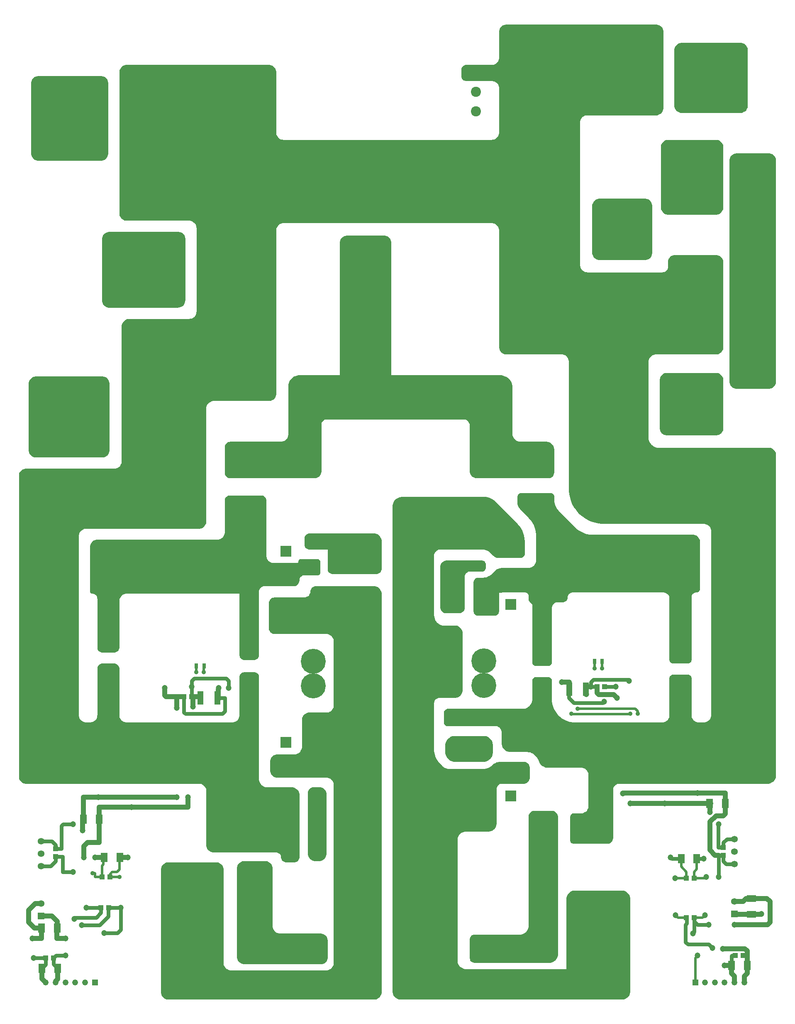
<source format=gbl>
%FSTAX23Y23*%
%MOIN*%
%SFA1B1*%

%IPPOS*%
%ADD18R,0.039400X0.043300*%
%ADD19R,0.043300X0.039400*%
%ADD20R,0.045300X0.110200*%
%ADD26C,0.019700*%
%ADD27C,0.029500*%
%ADD28C,0.039400*%
%ADD29C,0.081000*%
%ADD31C,0.053500*%
%ADD32R,0.053500X0.053500*%
%ADD33C,0.098400*%
%ADD34R,0.098400X0.098400*%
%ADD35C,0.048000*%
%ADD36R,0.048000X0.048000*%
%ADD37R,0.090600X0.090600*%
%ADD38C,0.090600*%
%ADD39R,0.137800X0.137800*%
%ADD40C,0.137800*%
%ADD41C,0.200800*%
%ADD42C,0.080000*%
%ADD43C,0.095000*%
%ADD44C,0.035400*%
%ADD45C,0.047200*%
%ADD46R,0.124000X0.096500*%
%ADD47R,0.096500X0.124000*%
%ADD48R,0.057100X0.074800*%
%ADD49R,0.074800X0.057100*%
%ADD50R,0.059100X0.094500*%
%ADD51R,0.094500X0.059100*%
%ADD52R,0.137800X0.041300*%
%ADD53R,0.212600X0.041300*%
%ADD54R,0.041300X0.212600*%
%ADD55R,0.031500X0.041300*%
%ADD56R,0.131100X0.048400*%
%ADD57R,0.048400X0.131100*%
%LNr100.230.010.000-00_invertor-1*%
%LPD*%
G36*
X02539Y04035D02*
X02913D01*
X02919*
X0293Y04033*
X02941Y04028*
X02951Y04022*
X02959Y04014*
X02965Y04004*
X0297Y03993*
X02972Y03982*
Y03976*
Y0375*
Y03746*
X0297Y03738*
X02968Y03731*
X02963Y03724*
X02958Y03719*
X02951Y03715*
X02944Y03712*
X02938Y0371*
X02933Y0371*
X02578*
X02574*
X02567Y03712*
X0256Y03715*
X02553Y03719*
X02548Y03724*
X02543Y03731*
X0254Y03738*
X02539Y03746*
Y0375*
Y03907*
X02391*
X02387*
X0238Y03909*
X02373Y03912*
X02366Y03916*
X02361Y03921*
X02356Y03928*
X02353Y03935*
X02352Y03943*
Y03946*
Y03996*
Y03999*
X02353Y04007*
X02356Y04014*
X02361Y04021*
X02366Y04026*
X02373Y04031*
X0238Y04033*
X02387Y04035*
X02391*
X02539*
G37*
G36*
X03779Y03818D02*
D01*
X03784Y03818*
X03788Y03817*
X03793Y03815*
X03798Y03812*
X03802Y03808*
X03805Y03803*
X03807Y03798*
X03809Y03792*
Y03789*
Y03759*
Y03756*
X03807Y03751*
X03805Y03745*
X03802Y03741*
X03798Y03736*
X03793Y03733*
X03788Y03731*
X03782Y0373*
X03681*
X03677Y0373*
X03669Y03728*
X03662Y03725*
X03656Y03721*
X0365Y03715*
X03646Y03709*
X03643Y03702*
X03641Y03694*
X03641Y0369*
Y03444*
Y0344*
X03639Y0343*
X03636Y03421*
X0363Y03413*
X03623Y03406*
X03615Y03401*
X03606Y03397*
X03597Y03395*
X03489*
X03479Y03397*
X0347Y03401*
X03462Y03406*
X03455Y03413*
X0345Y03421*
X03446Y0343*
X03444Y0344*
Y03444*
Y03769*
Y03774*
X03446Y03784*
X0345Y03793*
X03455Y03801*
X03462Y03807*
X0347Y03813*
X03479Y03817*
X03489Y03818*
X03494*
X03779*
G37*
G36*
X03811Y04329D02*
X03824Y04326D01*
X03837Y04322*
X0385Y04317*
X03862Y04311*
X03873Y04303*
X03884Y04295*
X03889Y0429*
X04059Y04119*
X04067Y04111*
X04081Y04095*
X04093Y04077*
X04103Y04058*
X04111Y04038*
X04117Y04017*
X04121Y03996*
X04124Y03974*
Y03964*
Y03878*
Y03874*
X04122Y03866*
X04119Y03859*
X04115Y03852*
X04109Y03847*
X04103Y03843*
X04096Y0384*
X0409Y03839*
X03948*
X03938*
X03934Y03838*
X03921*
X03913*
X03897Y03841*
X03883Y03847*
X03869Y03856*
X03864Y03862*
X03842Y03883*
X03836Y03889*
X03823Y03897*
X03808Y03904*
X03793Y03907*
X03785Y03907*
X03444*
X0344Y03907*
X0343Y03905*
X03421Y03901*
X03413Y03896*
X03406Y03889*
X03401Y03881*
X03397Y03872*
X03395Y03863*
X03395Y03858*
Y03376*
X03396Y03368*
X03399Y03353*
X03405Y03338*
X03413Y03326*
X03424Y03315*
X03437Y03306*
X03451Y033*
X03466Y03297*
X03474Y03297*
X03563*
X03568*
X0358Y03295*
X03591Y0329*
X036Y03284*
X03608Y03275*
X03615Y03266*
X03619Y03255*
X03622Y03244*
Y03238*
Y02775*
Y02769*
X03619Y02758*
X03615Y02747*
X03608Y02737*
X036Y02729*
X03591Y02723*
X0358Y02718*
X03568Y02716*
X03563*
X03435*
X03431Y02716*
X03423Y02714*
X03416Y02711*
X0341Y02707*
X03404Y02702*
X034Y02695*
X03397Y02688*
X03396Y02682*
X03395Y02681*
X03395Y02677*
Y02606*
X03395Y02604*
X03395Y02601*
X03395Y02598*
Y02598*
Y02598*
Y02516*
X03395Y02512*
Y02294*
X03395Y02288*
X03397Y02275*
X03399Y02262*
X03402Y0225*
X03407Y02238*
X03413Y02226*
X0342Y02215*
X03428Y02205*
X03432Y022*
X03459Y0217*
X03465Y02165*
X03478Y02155*
X03492Y02149*
X03508Y02146*
X03516Y02145*
X03788*
X03798Y02146*
X03816Y02149*
X03834Y02157*
X0385Y02167*
X03857Y02174*
X0386Y02177*
X03868Y02184*
X03877Y02189*
X03886Y02194*
X03895Y02198*
X03905Y02201*
X03915Y02203*
X03926Y02204*
X03931*
X03995*
X03999Y02204*
X04005*
X0412*
X04128Y02202*
X04137Y02199*
X04145Y02193*
X04152Y02186*
X04157Y02178*
X04161Y02169*
X04163Y0216*
Y02155*
Y02076*
Y02071*
X04161Y02062*
X04157Y02053*
X04152Y02045*
X04145Y02038*
X04137Y02033*
X04128Y02029*
X04119Y02027*
X04114*
X03937*
X03933Y02027*
X03925Y02025*
X03918Y02022*
X03918Y02022*
X03917*
Y02022*
X03912Y02018*
X03906Y02013*
X03902Y02006*
X03899Y01999*
X03898Y01993*
X03897Y01992*
X03897Y01988*
Y01983*
Y01712*
Y01705*
X03895Y01692*
X03889Y0168*
X03882Y01668*
X03872Y01659*
X03861Y01651*
X03848Y01646*
X03835Y01643*
X03828*
X03651*
X03644Y01643*
X03631Y0164*
X03619Y01635*
X03607Y01628*
X03598Y01618*
X0359Y01607*
X03585Y01594*
X03583Y01581*
X03582Y01574*
Y0061*
X03583Y00603*
X03585Y0059*
X0359Y00577*
X03598Y00566*
X03607Y00557*
X03619Y00549*
X03631Y00544*
X03644Y00541*
X03651Y00541*
X04458*
Y01102*
Y01109*
X04461Y01122*
X04466Y01135*
X04474Y01146*
X04483Y01155*
X04494Y01163*
X04507Y01168*
X0452Y01171*
X04527*
X04901*
X04908*
X04921Y01168*
X04934Y01163*
X04945Y01155*
X04955Y01146*
X04962Y01135*
X04967Y01122*
X0497Y01109*
Y01102*
Y00541*
Y00364*
Y00357*
X04967Y00344*
X04962Y00331*
X04955Y0032*
X04945Y0031*
X04934Y00303*
X04921Y00297*
X04908Y00295*
X04901*
X03129*
X03123*
X03109Y00297*
X03097Y00303*
X03086Y0031*
X03076Y0032*
X03068Y00331*
X03063Y00344*
X03061Y00357*
Y00364*
Y01929*
Y04252*
Y04259*
X03064Y04274*
X0307Y04289*
X03078Y04302*
X03089Y04313*
X03102Y04321*
X03116Y04327*
X03132Y0433*
X03139*
X03791*
X03797*
X03811Y04329*
G37*
G36*
X0433Y0436D02*
D01*
X04335Y04359*
X04339Y04359*
X04344Y04356*
X04349Y04353*
X04353Y04349*
X04356Y04344*
X04359Y04339*
X0436Y04333*
Y0433*
Y04312*
X0436Y04305*
X04361Y04291*
X04364Y04277*
X04368Y04263*
X04374Y0425*
X04381Y04237*
X04389Y04225*
X04398Y04214*
X04403Y04209*
X04525Y04087*
X04532Y04079*
X04548Y04066*
X04565Y04055*
X04583Y04045*
X04602Y04037*
X04622Y04031*
X04642Y04027*
X04663Y04025*
X04673Y04025*
X05472*
X05478*
X05489Y04023*
X055Y04018*
X0551Y04012*
X05518Y04004*
X05524Y03994*
X05529Y03983*
X05531Y03972*
Y03966*
Y03592*
Y03589*
X0553Y03583*
X05528Y03578*
X05524Y03573*
X0552Y03569*
X05516Y03566*
X0551Y03564*
X05504Y03563*
X05502*
X05498Y03562*
X0549Y03561*
X05483Y03558*
X05477Y03554*
X05471Y03548*
X05467Y03542*
X05464Y03535*
X05462Y03527*
X05462Y03523*
Y03021*
Y03018*
X05461Y03013*
X05459Y03007*
X05456Y03002*
X05451Y02998*
X05447Y02995*
X05441Y02993*
X05436Y02992*
X05315*
X05312*
X05306Y02993*
X05301Y02995*
X05296Y02998*
X05292Y03002*
X05288Y03007*
X05286Y03013*
X05285Y03018*
Y03021*
Y03513*
X05285Y03518*
X05283Y03528*
X05279Y03537*
X05274Y03545*
X05267Y03551*
X05259Y03557*
X0525Y0356*
X05241Y03562*
X05236Y03563*
X04507*
X04504Y03562*
X04496Y03561*
X04489Y03558*
X04482Y03554*
X04477Y03548*
X04473Y03542*
X0447Y03535*
X04468Y03527*
X04468Y03523*
Y03519*
X04467Y03512*
X04464Y03505*
X04459Y03498*
X04454Y03493*
X04447Y03488*
X0444Y03485*
X04433Y03484*
X04429*
X04389*
X04384Y03484*
X04375Y03482*
X04366Y03478*
X04358Y03473*
X04351Y03466*
X04346Y03458*
X04342Y03449*
X0434Y03439*
X0434Y03435*
Y03002*
Y02999*
X04339Y02993*
X04337Y02988*
X04334Y02983*
X04329Y02979*
X04325Y02975*
X04319Y02973*
X04313Y02972*
X04311*
X04212*
X04209*
X04204Y02973*
X04199Y02975*
X04194Y02978*
X0419Y02982*
X04187Y02987*
X04185Y02992*
X04184Y02997*
Y03*
Y03453*
X04184Y03457*
X04184Y03457*
X04182Y03464*
X04179Y0347*
X04174Y03476*
X04171Y03478*
X04167Y03481*
X0416Y03489*
X04155Y03498*
X04153Y03508*
Y03513*
Y03533*
X04153Y03536*
X04153Y03538*
X04152Y03542*
X0415Y03547*
X04146Y03552*
X04142Y03556*
X04137Y03559*
X04132Y03561*
X04126Y03562*
X04124Y03563*
X03946*
X03946*
X03944Y03562*
X03938Y03561*
X03932Y03559*
X0393Y03558*
X03917*
Y03415*
Y03411*
X03915Y03403*
X03912Y03396*
X03908Y0339*
X03903Y03384*
X03896Y0338*
X03889Y03377*
X03881Y03376*
X03848*
X0375*
X03746*
X03738Y03377*
X03731Y0338*
X03724Y03384*
X03719Y0339*
X03715Y03396*
X03712Y03403*
X0371Y03411*
Y03415*
Y03582*
Y03641*
X0371Y03646*
X03712Y03653*
X03715Y0366*
X03719Y03666*
X03724Y03672*
X03731Y03676*
X03738Y03679*
X03746Y03681*
X0375*
X03776*
X03781*
X03786Y03681*
X03798Y03682*
X03809Y03684*
X03819Y03687*
X0383Y03692*
X0384Y03697*
X03842Y03698*
X03843*
Y03699*
X03849Y03703*
X03858Y0371*
X03862Y03714*
X03878Y03731*
X03885Y03737*
X03901Y03748*
X03919Y03756*
X03938Y03759*
X03948*
X04148*
X04153*
X04159Y0376*
X0417Y03762*
X04181Y03766*
X04191Y03773*
X04199Y03781*
X04205Y03791*
X0421Y03801*
X04212Y03813*
X04212Y03818*
Y04023*
X04212Y04032*
X0421Y04051*
X04206Y0407*
X04201Y04089*
X04193Y04106*
X04184Y04123*
X04174Y04139*
X04161Y04154*
X04155Y04161*
X04124Y04192*
X04088Y04228*
X04083Y04233*
X04074Y04247*
X04068Y04261*
X04065Y04277*
Y04285*
Y0433*
X04065Y04335*
X04066Y04339*
X04068Y04344*
X04071Y04349*
X04075Y04353*
X0408Y04356*
X04085Y04359*
X04091Y0436*
X04094*
X0433*
G37*
G36*
X02007Y0434D02*
X02011D01*
X02019Y04339*
X02026Y04336*
X02033Y04331*
X02038Y04326*
X02042Y04319*
X02045Y04312*
X02047Y04305*
X02047Y04301*
Y04065*
Y03858*
X02047Y03852*
X02049Y03841*
X02054Y0383*
X0206Y0382*
X02068Y03812*
X02078Y03806*
X02089Y03801*
X021Y03799*
X02106Y03799*
X02293*
X02295Y03799*
X02298Y038*
X02301Y03803*
X02303Y03807*
X02303Y03809*
Y03813*
X02306Y0382*
X02311Y03825*
X02318Y03828*
X02322*
X0246*
X02464*
X02471Y03825*
X02477Y0382*
X0248Y03813*
X0248Y03809*
Y03809*
Y0372*
Y03716*
X02477Y03709*
X02471Y03703*
X02465Y03701*
X0246Y037*
X02455*
X02381*
X02352*
X02348Y037*
X0234Y03699*
X02333Y03696*
X02327Y03691*
X02321Y03686*
X02317Y0368*
X02314Y03672*
X02313Y03666*
X02313Y03665*
X02313Y03661*
Y03656*
X02311Y03647*
X02307Y03638*
X02302Y0363*
X02295Y03623*
X02287Y03617*
X02278Y03614*
X02268Y03612*
X02263*
X02027*
X02023Y03612*
X02016Y0361*
X02009Y03607*
X02002Y03603*
X01997Y03597*
X01992Y03591*
X01989Y03584*
X01988Y03577*
X01988Y03576*
X01988Y03572*
Y03061*
Y03057*
X01986Y03049*
X01983Y03042*
X01979Y03035*
X01973Y0303*
X01967Y03026*
X0196Y03023*
X01953Y03021*
X01948Y03021*
X0187*
X01866*
X01858Y03023*
X01851Y03026*
X01845Y0303*
X01839Y03035*
X01835Y03042*
X01832Y03049*
X0183Y03057*
Y03061*
Y03553*
X00925*
X00919Y03552*
X00908Y0355*
X00897Y03546*
X00887Y03539*
X00879Y03531*
X00873Y03521*
X00868Y03511*
X00866Y03499*
X00866Y03494*
Y0312*
Y03116*
X00864Y03108*
X00861Y03101*
X00857Y03095*
X00851Y03089*
X00845Y03085*
X00838Y03082*
X00831Y0308*
X00826Y0308*
X00728*
X00724*
X00716Y03082*
X00709Y03085*
X00703Y03089*
X00697Y03095*
X00693Y03101*
X0069Y03108*
X00689Y03116*
Y0312*
Y03513*
X00688Y03517*
X00687Y03525*
X00684Y03532*
X0068Y03538*
X00674Y03544*
X00668Y03548*
X00661Y03551*
X00654Y03552*
X00653Y03553*
X00649Y03553*
X00645Y03553*
X00638Y03556*
X00632Y03561*
X00629Y03568*
Y03572*
Y03927*
Y03933*
X00632Y03944*
X00636Y03955*
X00643Y03964*
X00651Y03973*
X00661Y03979*
X00671Y03984*
X00683Y03986*
X00689*
X01653*
X01659Y03986*
X0167Y03988*
X01681Y03993*
X01691Y03999*
X01699Y04007*
X01705Y04017*
X0171Y04028*
X01712Y04039*
X01712Y04045*
Y04084*
Y04124*
Y04301*
Y04305*
X01714Y04312*
X01717Y04319*
X01721Y04326*
X01726Y04331*
X01733Y04336*
X0174Y04339*
X01748Y0434*
X01752*
X02007*
G37*
G36*
X04354Y01809D02*
X04363Y01805D01*
X04371Y018*
X04378Y01793*
X04384Y01785*
X04387Y01776*
X04389Y01766*
Y01761*
Y00659*
Y00652*
X04387Y00639*
X04381Y00626*
X04374Y00615*
X04364Y00605*
X04353Y00598*
X04341Y00593*
X04327Y0059*
X0432*
X0372*
X03716*
X03709Y00592*
X03701Y00595*
X03695Y00599*
X03689Y00604*
X03685Y00611*
X03682Y00618*
X03681Y00626*
Y00629*
Y00781*
X03682Y00789*
X03685Y00796*
X03689Y00802*
X03695Y00808*
X03701Y00812*
X03709Y00815*
X03716Y00816*
X0372*
X04084*
X04091Y00817*
X04104Y00819*
X04117Y00825*
X04128Y00832*
X04137Y00842*
X04145Y00853*
X0415Y00865*
X04153Y00879*
X04153Y00885*
Y01761*
Y01766*
X04155Y01776*
X04159Y01785*
X04164Y01793*
X04171Y018*
X04179Y01805*
X04188Y01809*
X04197Y01811*
X04202*
X0434*
X04345*
X04354Y01809*
G37*
G36*
X02037Y01407D02*
X02043D01*
X02054Y01405*
X02065Y014*
X02075Y01394*
X02083Y01386*
X02089Y01376*
X02094Y01365*
X02096Y01354*
Y01348*
Y00885*
X02096Y0088*
X02099Y00868*
X02103Y00858*
X02109Y00848*
X02118Y0084*
X02127Y00833*
X02138Y00829*
X02149Y00827*
X02155Y00826*
X0248*
X02486*
X02497Y00824*
X02508Y0082*
X02518Y00813*
X02526Y00805*
X02532Y00795*
X02537Y00784*
X02539Y00773*
Y00767*
Y00629*
Y00625*
X02537Y00615*
X02533Y00606*
X02528Y00598*
X02521Y00591*
X02513Y00586*
X02504Y00582*
X02495Y0058*
X0249*
X0187*
X01864*
X01852Y00583*
X01842Y00587*
X01832Y00593*
X01824Y00602*
X01817Y00611*
X01813Y00622*
X01811Y00633*
Y00639*
Y01348*
Y01354*
X01813Y01365*
X01817Y01376*
X01824Y01386*
X01832Y01394*
X01842Y014*
X01852Y01405*
X01864Y01407*
X0187*
X02037*
G37*
G36*
X0248Y01998D02*
X02485D01*
X02494Y01996*
X02503Y01992*
X02511Y01987*
X02518Y0198*
X02523Y01972*
X02527Y01963*
X02529Y01953*
Y01948*
Y01466*
Y0146*
X02527Y01449*
X02522Y01438*
X02516Y01428*
X02508Y0142*
X02498Y01414*
X02487Y01409*
X02476Y01407*
X0247*
X0244*
X02435*
X02423Y01409*
X02413Y01414*
X02403Y0142*
X02395Y01428*
X02388Y01438*
X02384Y01449*
X02381Y0146*
Y01466*
Y01958*
Y01962*
X02383Y0197*
X02386Y01977*
X0239Y01983*
X02396Y01989*
X02402Y01993*
X02409Y01996*
X02417Y01998*
X02421*
X0248*
G37*
G36*
X0293Y03609D02*
X02941Y03605D01*
X02951Y03599*
X02959Y0359*
X02965Y03581*
X0297Y0357*
X02972Y03559*
Y03553*
Y02076*
Y00354*
Y00348*
X0297Y00337*
X02965Y00326*
X02959Y00316*
X02951Y00308*
X02941Y00302*
X0293Y00297*
X02919Y00295*
X02913*
X02588*
X01259*
X01254*
X01242Y00297*
X01231Y00302*
X01222Y00308*
X01214Y00316*
X01207Y00326*
X01203Y00337*
X012Y00348*
Y00354*
Y01338*
Y01344*
X01203Y01355*
X01207Y01366*
X01214Y01376*
X01222Y01384*
X01231Y0139*
X01242Y01395*
X01254Y01397*
X01259*
X01614*
X01618Y01397*
X01624*
X01651*
X0166Y01395*
X01671Y0139*
X01681Y01384*
X01689Y01376*
X01696Y01366*
X017Y01355*
X01702Y01344*
Y01338*
Y0059*
X01703Y00584*
X01705Y00573*
X01709Y00562*
X01716Y00553*
X01724Y00544*
X01734Y00538*
X01744Y00534*
X01756Y00531*
X01761Y00531*
X02529*
X02535Y00531*
X02546Y00534*
X02557Y00538*
X02567Y00544*
X02575Y00553*
X02581Y00562*
X02586Y00573*
X02588Y00584*
X02588Y0059*
Y02017*
X02588Y02023*
X02586Y02034*
X02581Y02045*
X02575Y02055*
X02567Y02063*
X02557Y02069*
X02546Y02074*
X02535Y02076*
X02529Y02076*
X02263*
X02259Y02077*
X02254*
X02253*
X02128*
X02118Y02079*
X02107Y02083*
X02098Y0209*
X0209Y02098*
X02083Y02107*
X02079Y02118*
X02076Y0213*
Y02135*
Y02204*
Y0221*
X02079Y02221*
X02083Y02232*
X0209Y02242*
X02098Y0225*
X02107Y02257*
X02118Y02261*
X0213Y02263*
X02135*
X02273*
X02279Y02264*
X0229Y02266*
X02291Y02266*
X02295*
Y02268*
X02301Y0227*
X02311Y02277*
X02319Y02285*
X02325Y02295*
X0233Y02305*
X02332Y02317*
X02332Y02322*
Y02539*
Y02545*
X02334Y02556*
X02339Y02567*
X02345Y02577*
X02354Y02585*
X02363Y02591*
X02374Y02596*
X02385Y02598*
X02391*
X02529*
X02535Y02598*
X02546Y02601*
X02557Y02605*
X02567Y02611*
X02575Y0262*
X02581Y02629*
X02586Y0264*
X02588Y02651*
X02588Y02657*
Y03169*
X02588Y03175*
X02586Y03186*
X02581Y03197*
X02575Y03206*
X02567Y03215*
X02557Y03221*
X02546Y03225*
X02535Y03228*
X02529Y03228*
X02116*
X02111*
X02101Y0323*
X02092Y03233*
X02084Y03239*
X02077Y03246*
X02072Y03254*
X02068Y03263*
X02067Y0327*
Y03481*
X02068Y03488*
X02072Y03497*
X02077Y03505*
X02084Y03512*
X02092Y03518*
X02101Y03521*
X02111Y03523*
X02116*
X02352*
X02357Y03523*
X02366Y03525*
X02375Y03529*
X02383Y03534*
X0239Y03541*
X02395Y03549*
X02399Y03558*
X02401Y03568*
X02401Y03572*
Y03576*
X02403Y03584*
X02406Y03591*
X0241Y03597*
X02415Y03603*
X02422Y03607*
X02429Y0361*
X02437Y03612*
X0244*
X02913*
X02919*
X0293Y03609*
G37*
G36*
X03812Y02408D02*
X03826Y02402D01*
X03839Y02393*
X0385Y02382*
X03859Y0237*
X03865Y02355*
X03868Y0234*
Y02332*
Y02283*
Y02275*
X03865Y0226*
X03859Y02246*
X0385Y02233*
X03839Y02222*
X03826Y02213*
X03812Y02207*
X03797Y02204*
X03563*
X03555*
X0354Y02207*
X03525Y02213*
X03512Y02222*
X03501Y02233*
X03493Y02246*
X03487Y0226*
X03484Y02275*
Y02283*
Y02332*
Y0234*
X03487Y02355*
X03493Y0237*
X03501Y02382*
X03512Y02393*
X03525Y02402*
X0354Y02408*
X03555Y02411*
X03563*
X03789*
X03797*
X03812Y02408*
G37*
G36*
X05659Y07194D02*
X05665D01*
X05676Y07192*
X05687Y07188*
X05697Y07181*
X05705Y07173*
X05711Y07163*
X05716Y07153*
X05718Y07141*
Y07135*
Y06653*
Y06647*
X05716Y06636*
X05711Y06625*
X05705Y06615*
X05697Y06607*
X05687Y06601*
X05676Y06596*
X05665Y06594*
X05659*
X05275*
X05269*
X05258Y06596*
X05247Y06601*
X05237Y06607*
X05229Y06615*
X05223Y06625*
X05218Y06636*
X05216Y06647*
Y06653*
Y07135*
Y07141*
X05218Y07153*
X05223Y07163*
X05229Y07173*
X05237Y07181*
X05247Y07188*
X05258Y07192*
X05269Y07194*
X05275*
X05659*
G37*
G36*
X04724Y06722D02*
X05088D01*
X05094*
X05105Y0672*
X05116Y06715*
X05126Y06709*
X05134Y06701*
X0514Y06691*
X05145Y0668*
X05147Y06669*
Y06663*
Y06289*
Y06283*
X05145Y06272*
X0514Y06261*
X05134Y06251*
X05126Y06243*
X05116Y06237*
X05105Y06232*
X05094Y0623*
X05088*
X04724*
X04718*
X04707Y06232*
X04696Y06237*
X04686Y06243*
X04678Y06251*
X04672Y06261*
X04667Y06272*
X04665Y06283*
Y06289*
Y06658*
Y06663*
Y06669*
X04667Y0668*
X04672Y06691*
X04678Y06701*
X04686Y06709*
X04696Y06715*
X04707Y0672*
X04718Y06722*
X04724*
G37*
G36*
X00216Y07706D02*
X00718D01*
X00724*
X00735Y07704*
X00746Y077*
X00756Y07693*
X00764Y07685*
X0077Y07675*
X00775Y07664*
X00777Y07653*
Y07647*
Y07086*
Y0708*
X00775Y07069*
X0077Y07058*
X00764Y07049*
X00756Y0704*
X00746Y07034*
X00735Y07029*
X00724Y07027*
X00718*
X00216*
X0021*
X00199Y07029*
X00188Y07034*
X00178Y0704*
X0017Y07049*
X00164Y07058*
X00159Y07069*
X00157Y0708*
Y07086*
Y07642*
Y07647*
Y07653*
X00159Y07664*
X00164Y07675*
X0017Y07685*
X00178Y07693*
X00188Y077*
X00199Y07704*
X0021Y07706*
X00216*
G37*
G36*
X03976Y0812D02*
X04015D01*
X04035*
X05177*
Y0812*
X05183Y0812*
X05194Y08117*
X05205Y08113*
X05214Y08106*
X05223Y08098*
X05229Y08089*
X05234Y08078*
X05236Y08066*
Y08061*
Y0745*
Y07444*
X05233Y07433*
X05229Y07422*
X05223Y07413*
X05214Y07404*
X05205Y07398*
X05194Y07394*
X05183Y07391*
X05177*
X04626*
X0462Y07391*
X04608Y07389*
X04598Y07384*
X04588Y07378*
X0458Y0737*
X04573Y0736*
X04569Y07349*
X04567Y07338*
X04566Y07332*
Y0619*
X04567Y06185*
X04569Y06173*
X04573Y06163*
X0458Y06153*
X04588Y06145*
X04598Y06138*
X04608Y06134*
X0462Y06132*
X04626Y06131*
X05221*
X05226*
X05231Y06132*
X0524Y06134*
X05249Y06137*
X05257Y06143*
X05264Y06149*
X05269Y06157*
X05273Y06166*
X05275Y06176*
X05275Y06181*
Y06215*
Y0622*
Y0622*
Y06225*
X05277Y06234*
X05281Y06243*
X05286Y06251*
X05293Y06258*
X05301Y06264*
X0531Y06267*
X0532Y06269*
X05324*
X05659*
X05665*
X05676Y06267*
X05687Y06263*
X05697Y06256*
X05705Y06248*
X05711Y06238*
X05716Y06227*
X05718Y06216*
Y0621*
Y06131*
Y05531*
Y05525*
X05716Y05514*
X05711Y05503*
X05705Y05493*
X05697Y05485*
X05687Y05479*
X05676Y05474*
X05665Y05472*
X05659*
X05177*
X05177*
X05171Y05472*
X0516Y05469*
X05149Y05465*
X05139Y05459*
X05131Y0545*
X05125Y05441*
X0512Y0543*
X05118Y05419*
X05118Y05413*
Y04803*
X05118Y04795*
X05121Y0478*
X05127Y04766*
X05136Y04753*
X05146Y04742*
X05159Y04733*
X05174Y04727*
X05189Y04724*
X05196Y04724*
X06082*
X06082*
X06088*
X06099Y04722*
X0611Y04717*
X0612Y04711*
X06128Y04703*
X06135Y04693*
X06139Y04682*
X06141Y04671*
Y04665*
Y02096*
Y02096*
Y02089*
X06139Y02076*
X06133Y02063*
X06126Y02052*
X06116Y02042*
X06105Y02035*
X06092Y0203*
X06079Y02027*
X06072*
X04881*
Y02027*
X04877Y02027*
X04867Y02025*
X04858Y02021*
X0485Y02016*
X04843Y02009*
X04838Y02001*
X04834Y01992*
X04832Y01983*
X04832Y01978*
Y01594*
X04832*
Y01589*
X0483Y0158*
X04827Y01571*
X04821Y01563*
X04814Y01556*
X04806Y0155*
X04797Y01547*
X04788Y01545*
X04783*
X04517*
X04514*
X04509Y01546*
X04503Y01548*
X04498Y01551*
X04494Y01556*
X04491Y0156*
X04489Y01566*
X04488Y01571*
Y01574*
Y01756*
Y01761*
X04488Y01763*
X04488Y01766*
X04489Y0177*
X04491Y01775*
X04494Y0178*
X04498Y01784*
X04503Y01788*
X04509Y0179*
X04514Y01791*
X04517*
X04571*
X04576*
X04582Y01791*
X04593Y01793*
X04604Y01798*
X04614Y01804*
X04622Y01812*
X04628Y01822*
X04633Y01833*
X04635Y01844*
X04635Y0185*
Y02096*
X04635Y02102*
X04633Y02113*
X04628Y02124*
X04622Y02133*
X04614Y02142*
X04604Y02148*
X04593Y02153*
X04582Y02155*
X04576Y02155*
X04311*
X04305*
X04294Y02157*
X04283Y0216*
X04273Y02165*
X04263Y02171*
X04254Y02178*
X04247Y02187*
X04241Y02196*
X04239Y02202*
X04239*
X04237Y02206*
X04232Y02216*
X04227Y02225*
X04222Y02234*
X04219Y02238*
X04215Y02243*
X04207Y02253*
X04199Y02261*
X04189Y02268*
X04178Y02274*
X04167Y02278*
X04155Y02281*
X04143Y02283*
X04137Y02283*
X04005*
X03999*
X03985Y02286*
X03973Y02291*
X03962Y02298*
X03952Y02308*
X03944Y02319*
X03939Y02332*
X03937Y02345*
Y02352*
Y0244*
X03936Y02445*
X03934Y02455*
X03931Y02464*
X03925Y02472*
X03919Y02479*
X03911Y02484*
X03902Y02488*
X03892Y02489*
X03887Y0249*
X03503*
X03501*
X03495Y02491*
X0349Y02493*
X03485Y02496*
X03481Y025*
X03477Y02505*
X03475Y02511*
X03474Y02516*
Y02598*
X03474Y02603*
X03475Y02607*
X03477Y02612*
X03481Y02617*
X03485Y02621*
X03489Y02624*
X03495Y02626*
X03501Y02628*
X03503*
X04099*
X04104*
X04112Y02628*
X04127Y02631*
X04141Y02637*
X04154Y02645*
X04165Y02656*
X04173Y02669*
X04179Y02683*
X04182Y02699*
X04183Y02706*
Y02854*
X04183Y02859*
X04184Y02862*
X04186Y02868*
X04189Y02873*
X04193Y02877*
X04198Y0288*
X04204Y02882*
X04209Y02883*
X04212*
X04311*
Y02883*
X04311*
X04315Y02883*
X04319Y02882*
X04325Y0288*
X04329Y02877*
X04334Y02873*
X04337Y02868*
X04339Y02862*
X0434Y02857*
Y02854*
Y02706*
X04341Y02694*
X04344Y0267*
X0435Y02646*
X04359Y02624*
X04372Y02602*
X04387Y02583*
X04404Y02566*
X04423Y02551*
X04444Y02539*
X04467Y02529*
X04477Y02526*
X04485Y02524*
X04486Y02524*
X04491Y02523*
X04515Y0252*
X04527Y02519*
X05221*
X05226*
X05226*
X05232Y0252*
X05243Y02522*
X05254Y02526*
X05263Y02533*
X05272Y02541*
X05278Y0255*
X05282Y02561*
X05285Y02573*
X05285Y02578*
Y02869*
Y02874*
X05285Y02876*
X05285Y02878*
X05286Y02882*
X05288Y02888*
X05292Y02892*
X05296Y02897*
X05301Y029*
X05306Y02902*
X05312Y02903*
X05315*
X05433*
X05433*
X05437Y02903*
X05441Y02902*
X05447Y029*
X05451Y02896*
X05456Y02892*
X05459Y02888*
X05461Y02882*
X05462Y02876*
Y02874*
Y02578*
X05462Y02572*
X05465Y02561*
X05469Y0255*
X05476Y02541*
X05484Y02533*
X05493Y02526*
X05504Y02522*
X05515Y0252*
X05521Y02519*
X05556*
X05561*
X05566Y0252*
X05578Y02522*
X05588Y02526*
X05598Y02533*
X05606Y02541*
X05613Y0255*
X05617Y02561*
X05619Y02572*
X0562Y02578*
Y04055*
X0562*
X05619Y0406*
X05617Y04072*
X05613Y04082*
X05606Y04092*
X05598Y041*
X05588Y04107*
X05578Y04111*
X05566Y04113*
X05561Y04114*
X04753*
X0474*
X04713Y04116*
X04686Y04122*
X04661Y0413*
X04636Y0414*
X04612Y04153*
X04589Y04168*
X04568Y04185*
X04549Y04204*
X04532Y04225*
X04517Y04247*
X04504Y04271*
X04494Y04296*
X04486Y04322*
X04481Y04349*
X04478Y04376*
Y04389*
Y05413*
X04478Y05419*
X04475Y0543*
X04471Y05441*
X04464Y0545*
X04456Y05459*
X04447Y05465*
X04436Y05469*
X04425Y05472*
X04419Y05472*
X04035*
X03976*
X0397*
X03959Y05474*
X03948Y05479*
X03938Y05485*
X0393Y05493*
X03924Y05503*
X03919Y05514*
X03917Y05525*
Y05531*
Y06466*
X03917Y06472*
X03914Y06483*
X0391Y06494*
X03903Y06504*
X03895Y06512*
X03886Y06518*
X03875Y06523*
X03864Y06525*
X03858Y06525*
X02185*
X02179Y06525*
X02167Y06523*
X02157Y06518*
X02147Y06512*
X02139Y06504*
X02133Y06494*
X02128Y06483*
X02126Y06472*
X02126Y06466*
Y05157*
Y05151*
X02123Y0514*
X02119Y05129*
X02112Y05119*
X02104Y05111*
X02094Y05105*
X02084Y051*
X02072Y05098*
X02066*
X01624*
X01618Y05098*
X01606Y05095*
X01596Y05091*
X01586Y05085*
X01578Y05076*
X01571Y05067*
X01567Y05056*
X01565Y05045*
X01565Y05039*
Y04173*
Y04133*
Y04128*
X01562Y04116*
X01558Y04105*
X01551Y04096*
X01543Y04088*
X01533Y04081*
X01523Y04077*
X01511Y04074*
X01505*
X006*
X00594Y04074*
X00583Y04072*
X00572Y04067*
X00562Y04061*
X00554Y04053*
X00548Y04043*
X00543Y04032*
X00541Y04021*
X00541Y04015*
Y02578*
X00541Y02573*
X00543Y02561*
X00548Y0255*
X00554Y02541*
X00562Y02533*
X00572Y02526*
X00583Y02522*
X00594Y0252*
X006Y02519*
X00629*
X00635Y0252*
X00647Y02522*
X00657Y02526*
X00667Y02533*
X00675Y02541*
X00682Y0255*
X00686Y02561*
X00688Y02573*
X00689Y02578*
Y02952*
X00689Y02957*
X0069Y02964*
X00693Y02971*
X00697Y02977*
X00703Y02983*
X00709Y02987*
X00716Y0299*
X00724Y02992*
X00728*
X00826*
X00831Y02992*
X00838Y0299*
X00845Y02987*
X00851Y02983*
X00857Y02977*
X00861Y02971*
X00864Y02964*
X00866Y02956*
Y02952*
Y02578*
X00866Y02573*
X00868Y02561*
X00873Y0255*
X00879Y02541*
X00887Y02533*
X00897Y02526*
X00908Y02522*
X00919Y0252*
X00925Y02519*
X01771*
X01777Y0252*
X01788Y02522*
X01799Y02526*
X01809Y02533*
X01817Y02541*
X01823Y0255*
X01828Y02561*
X0183Y02572*
X0183Y02578*
Y02883*
X0183Y02888*
X01832Y02895*
X01835Y02902*
X01839Y02909*
X01845Y02914*
X01851Y02918*
X01858Y02921*
X01866Y02923*
X0187*
X01948*
X01953Y02923*
X0196Y02921*
X01967Y02918*
X01973Y02914*
X01979Y02909*
X01983Y02902*
X01986Y02895*
X01988Y02887*
Y02883*
Y02066*
X01988Y0206*
X01991Y02046*
X01996Y02034*
X02003Y02023*
X02013Y02013*
X02024Y02006*
X02037Y02001*
X0205Y01998*
X02057Y01998*
X02253*
X02259*
X02271Y01995*
X02281Y01991*
X02291Y01984*
X02299Y01976*
X02306Y01967*
X0231Y01956*
X02313Y01944*
Y01939*
Y01525*
Y01476*
Y01437*
Y01433*
X02311Y01425*
X02308Y01418*
X02304Y01411*
X02298Y01406*
X02292Y01402*
X02285Y01399*
X02277Y01397*
X02273*
X02204*
X022*
X02193Y01399*
X02186Y01402*
X02179Y01406*
X02174Y01411*
X02169Y01418*
X02166Y01425*
X02165Y01433*
Y01437*
X02165Y0144*
X02163Y01448*
X0216Y01455*
X02156Y01462*
X02151Y01467*
X02144Y01471*
X02137Y01474*
X02129Y01476*
X02126Y01476*
X01624*
X01618*
X01606Y01478*
X01596Y01483*
X01586Y01489*
X01578Y01497*
X01571Y01507*
X01567Y01518*
X01565Y01529*
Y01535*
Y01791*
Y01968*
X01564Y01974*
X01562Y01985*
X01558Y01996*
X01551Y02006*
X01543Y02014*
X01533Y0202*
X01523Y02025*
X01511Y02027*
X01505Y02027*
X00541*
X00118*
X00112*
X001Y02029*
X0009Y02034*
X0008Y0204*
X00072Y02049*
X00065Y02058*
X00061Y02069*
X00059Y0208*
Y02086*
Y04493*
Y04498*
Y04503*
X00061Y04515*
X00065Y04526*
X00072Y04535*
X0008Y04543*
X0009Y0455*
X001Y04554*
X00112Y04557*
X00118*
X00821*
X00826*
X00832Y04557*
X00843Y04559*
X00854Y04564*
X00864Y0457*
X00872Y04578*
X00878Y04588*
X00883Y04599*
X00885Y0461*
X00885Y04616*
Y04665*
Y05694*
Y05698*
Y05704*
X00888Y05716*
X00892Y05726*
X00899Y05736*
X00907Y05744*
X00916Y05751*
X00927Y05755*
X00939Y05757*
X00944*
X01422*
X01422*
X01427*
X01433Y05758*
X01444Y0576*
X01455Y05764*
X01464Y05771*
X01472Y05779*
X01479Y05789*
X01483Y05799*
X01485Y05811*
X01486Y05816*
Y06427*
Y06486*
X01485Y06492*
X01483Y06503*
X01479Y06514*
X01472Y06523*
X01464Y06531*
X01455Y06538*
X01444Y06542*
X01433Y06545*
X01427Y06545*
X00925*
X00919*
X00908Y06547*
X00897Y06552*
X00887Y06558*
X00879Y06566*
X00872Y06576*
X00868Y06587*
X00866Y06598*
Y06604*
Y06653*
Y07736*
Y07742*
X00868Y07753*
X00872Y07764*
X00879Y07773*
X00887Y07782*
X00897Y07788*
X00908Y07793*
X00919Y07795*
X00925*
X02066*
X02072*
X02084Y07793*
X02094Y07788*
X02104Y07782*
X02112Y07773*
X02119Y07764*
X02123Y07753*
X02126Y07742*
Y07736*
Y07253*
X02126Y07248*
X02128Y07236*
X02133Y07226*
X02139Y07216*
X02147Y07208*
X02157Y07201*
X02167Y07197*
X02179Y07195*
X02185Y07194*
X03853*
X03858*
X03864Y07195*
X03875Y07197*
X03886Y07201*
X03895Y07208*
X03903Y07216*
X0391Y07226*
X03914Y07236*
X03917Y07248*
X03917Y07253*
Y07608*
X03917Y07614*
X03914Y07625*
X0391Y07636*
X03903Y07645*
X03895Y07653*
X03886Y0766*
X03875Y07664*
X03864Y07667*
X03858Y07667*
X03651*
X03647*
X0364Y07668*
X03632Y07671*
X03626Y07676*
X03621Y07681*
X03616Y07688*
X03613Y07695*
X03612Y07702*
Y07755*
Y07756*
X03612Y0776*
X03613Y07767*
X03616Y07774*
X03621Y07781*
X03626Y07786*
X03632Y0779*
X0364Y07793*
X03647Y07795*
X03651*
X03853*
X03858*
X03864Y07795*
X03875Y07797*
X03886Y07802*
X03895Y07808*
X03903Y07816*
X0391Y07826*
X03914Y07837*
X03917Y07848*
X03917Y07854*
Y08056*
Y08061*
Y08066*
X03919Y08078*
X03924Y08089*
X0393Y08098*
X03938Y08106*
X03948Y08113*
X03959Y08117*
X0397Y0812*
X03976*
G37*
G36*
X05383Y07972D02*
X05856D01*
X05862*
X05873Y0797*
X05884Y07965*
X05893Y07959*
X05902Y07951*
X05908Y07941*
X05913Y0793*
X05915Y07919*
Y07913*
Y0747*
Y07464*
X05913Y07453*
X05908Y07442*
X05902Y07432*
X05893Y07424*
X05884Y07418*
X05873Y07413*
X05862Y07411*
X05856*
X05383*
X05378*
X05366Y07413*
X05355Y07418*
X05346Y07424*
X05338Y07432*
X05331Y07442*
X05327Y07453*
X05324Y07464*
Y0747*
Y07908*
Y07913*
Y07919*
X05327Y0793*
X05331Y07941*
X05338Y07951*
X05346Y07959*
X05355Y07965*
X05366Y0797*
X05378Y07972*
X05383*
G37*
G36*
X06082Y07086D02*
D01*
X06088*
X06099Y07084*
X0611Y07079*
X0612Y07073*
X06128Y07065*
X06135Y07055*
X06139Y07044*
X06141Y07033*
Y07027*
Y05255*
Y0525*
X06139Y05238*
X06135Y05227*
X06128Y05218*
X0612Y0521*
X0611Y05203*
X06099Y05199*
X06088Y05196*
X06082*
X05826*
X05821*
X05809Y05199*
X05798Y05203*
X05789Y0521*
X0578Y05218*
X05774Y05227*
X0577Y05238*
X05767Y0525*
Y05255*
Y07027*
Y07033*
X0577Y07044*
X05774Y07055*
X0578Y07065*
X05789Y07073*
X05798Y07079*
X05809Y07084*
X05821Y07086*
X05826*
X06082*
G37*
G36*
X05265Y05324D02*
X05659D01*
X05665*
X05676Y05322*
X05687Y05318*
X05697Y05311*
X05705Y05303*
X05711Y05293*
X05716Y05283*
X05718Y05271*
Y05265*
Y04881*
Y04876*
X05716Y04864*
X05711Y04853*
X05705Y04844*
X05697Y04836*
X05687Y04829*
X05676Y04825*
X05665Y04822*
X05265*
X05259*
X05248Y04825*
X05237Y04829*
X05228Y04836*
X05219Y04844*
X05213Y04853*
X05209Y04864*
X05206Y04876*
Y04881*
Y05246*
Y05261*
Y05265*
Y05271*
X05209Y05283*
X05213Y05293*
X05219Y05303*
X05228Y05311*
X05237Y05318*
X05248Y05322*
X05259Y05324*
X05265*
G37*
G36*
X00745Y05293D02*
X00756Y05288D01*
X00766Y05282*
X00774Y05273*
X0078Y05264*
X00785Y05253*
X00787Y05242*
Y05236*
Y04704*
Y04698*
X00785Y04687*
X0078Y04676*
X00774Y04667*
X00766Y04658*
X00756Y04652*
X00745Y04647*
X00734Y04645*
X00728*
X00196*
X00191*
X00179Y04647*
X00168Y04652*
X00159Y04658*
X00151Y04667*
X00144Y04676*
X0014Y04687*
X00137Y04698*
Y04704*
Y05236*
Y05242*
X0014Y05253*
X00144Y05264*
X00151Y05273*
X00159Y05282*
X00168Y05288*
X00179Y05293*
X00191Y05295*
X00196*
X00196*
X00728*
X00734*
X00745Y05293*
G37*
G36*
X01338Y06456D02*
D01*
X01344*
X01355Y06454*
X01366Y0645*
X01376Y06443*
X01384Y06435*
X0139Y06425*
X01395Y06414*
X01397Y06403*
Y06397*
Y05915*
Y05908*
X01395Y05895*
X01389Y05882*
X01382Y05871*
X01372Y05861*
X01361Y05854*
X01348Y05849*
X01335Y05846*
X01328*
X00787*
X00781*
X0077Y05848*
X00759Y05853*
X00749Y05859*
X00741Y05867*
X00735Y05877*
X0073Y05888*
X00728Y05899*
Y05905*
Y06397*
Y06403*
X0073Y06414*
X00735Y06425*
X00741Y06435*
X00749Y06443*
X00759Y0645*
X0077Y06454*
X00781Y06456*
X00787*
X01338*
G37*
G36*
X02696Y06427D02*
X02992D01*
X02997*
X03009Y06424*
X0302Y0642*
X03029Y06414*
X03038Y06405*
X03044Y06396*
X03048Y06385*
X03051Y06373*
Y06368*
Y05305*
X03927*
X03936*
X03955Y05301*
X03973Y05293*
X03989Y05283*
X04003Y05269*
X04014Y05253*
X04021Y05235*
X04025Y05216*
Y05206*
Y04832*
X04025Y04826*
X04028Y04815*
X04032Y04804*
X04039Y04795*
X04047Y04787*
X04056Y0478*
X04067Y04776*
X04078Y04773*
X04084Y04773*
X04291*
X04298*
X04311Y04771*
X04324Y04765*
X04335Y04758*
X04344Y04748*
X04352Y04737*
X04357Y04724*
X0436Y04711*
Y04704*
Y04527*
Y04522*
X04358Y04513*
X04354Y04504*
X04349Y04496*
X04342Y04489*
X04334Y04483*
X04325Y0448*
X04315Y04478*
X04311*
X04025*
X0374*
X03734*
X03722Y0448*
X03712Y04485*
X03702Y04491*
X03694Y04499*
X03687Y04509*
X03683Y0452*
X03681Y04531*
Y04537*
Y04901*
X0368Y04906*
X03679Y04915*
X03675Y04924*
X03669Y04932*
X03663Y04939*
X03655Y04945*
X03646Y04948*
X03636Y0495*
X03631Y0495*
X02529*
X02525Y0495*
X02518Y04949*
X02511Y04946*
X02504Y04941*
X02499Y04936*
X02494Y0493*
X02491Y04922*
X0249Y04915*
X0249Y04911*
Y04537*
Y04531*
X02487Y0452*
X02483Y04509*
X02477Y04499*
X02468Y04491*
X02459Y04485*
X02448Y0448*
X02436Y04478*
X02431*
X02224*
X01761*
X01757*
X01747Y0448*
X01738Y04483*
X0173Y04489*
X01723Y04496*
X01718Y04504*
X01714Y04513*
X01712Y04522*
Y04527*
Y04719*
Y04724*
Y04729*
X01714Y04738*
X01718Y04747*
X01723Y04755*
X0173Y04762*
X01738Y04768*
X01747Y04771*
X01757Y04773*
X01761*
X02165*
X02171Y04773*
X02182Y04776*
X02193Y0478*
X02202Y04787*
X02211Y04795*
X02217Y04804*
X02221Y04815*
X02224Y04826*
X02224Y04832*
Y05211*
Y05216*
Y05225*
X02227Y05242*
X02234Y05258*
X02244Y05273*
X02256Y05285*
X02271Y05295*
X02287Y05301*
X02304Y05305*
X02313*
X02637*
Y06363*
Y06368*
Y06373*
X0264Y06385*
X02644Y06396*
X02651Y06405*
X02659Y06414*
X02668Y0642*
X02679Y06424*
X02691Y06427*
X02696*
G37*
G54D18*
X05878Y00649D03*
X05815D03*
X05484Y00954D03*
X05421D03*
X04765Y02805D03*
X04702D03*
X05484Y01269D03*
X05421D03*
X00273Y00629D03*
X00336D03*
X00779Y01033D03*
X00716D03*
X01385Y02726D03*
X01448D03*
X00789Y01279D03*
X00726D03*
G54D19*
X05718Y01454D03*
Y01517D03*
X00354Y01444D03*
Y01507D03*
G54D20*
X01516Y02716D03*
X01652D03*
X04615Y02785D03*
X04479D03*
G54D26*
X04684Y03011D02*
X04685Y0301D01*
Y02952D02*
Y0301D01*
X04744Y02952D02*
Y0301D01*
X04745Y03011*
X05484Y01269D02*
X0557D01*
X0558Y01279*
X05329Y01269D02*
X05421D01*
X05379Y01362D02*
Y01427D01*
Y01362D02*
X05421Y0132D01*
Y01269D02*
Y0132D01*
X05484Y01269D02*
Y0132D01*
X05505Y01342*
Y01427*
X05492Y00433D02*
Y00629D01*
X05511Y00649*
X05354Y00954D02*
X05421D01*
X05334Y00974D02*
X05354Y00954D01*
X05484D02*
X05551D01*
X0557Y00974*
X04498Y02588D02*
X045Y02586D01*
X04968*
X0497Y02588*
X05029D02*
Y02608D01*
X04547Y02628D02*
X05009D01*
X05029Y02608*
X01485Y02924D02*
Y02972D01*
Y02924D02*
X01486Y02923D01*
X01545Y02971D02*
X01546Y02972D01*
X01545Y02923D02*
Y02971D01*
X00649Y01309D02*
X00669D01*
Y01279D02*
Y01309D01*
Y01279D02*
X00726D01*
X00728*
X00789D02*
X00866D01*
X00789D02*
Y01301D01*
X00807Y01318*
X00846*
X00866Y01338*
Y01437*
X00728Y01279D02*
Y01368D01*
X00738Y01378*
Y01437*
G54D27*
X01663Y02706D02*
Y02795D01*
X01742D02*
Y02854D01*
X01722Y02874D02*
X01742Y02854D01*
X01466Y02874D02*
X01722D01*
X01663Y02706D02*
X01673Y02716D01*
X01712*
Y02608D02*
Y02716D01*
X00401Y01507D02*
Y0169D01*
X00354Y01507D02*
X00401D01*
X00354Y01444D02*
X00411D01*
X00354Y01407D02*
Y01444D01*
X00312Y01365D02*
X00354Y01407D01*
X00236Y01365D02*
X00312D01*
X00354Y01507D02*
Y01535D01*
X00324Y01565D02*
X00354Y01535D01*
X00236Y01565D02*
X00324D01*
X00177Y00629D02*
X00273D01*
Y00575D02*
Y00629D01*
X00244Y00546D02*
X00273Y00575D01*
X00336Y00579D02*
Y00629D01*
Y00579D02*
X0037Y00546D01*
X04765Y02805D02*
D01*
X04655D02*
X04702D01*
X04655D02*
Y02844D01*
X04675Y02864*
X0495*
X04478Y02754D02*
X04479Y02755D01*
X04765Y02805D02*
X04852D01*
X05787Y00649D02*
X05815D01*
X05783Y00645D02*
X05787Y00649D01*
X05783Y0057D02*
Y00645D01*
X05878Y00649D02*
X05905D01*
X05909Y00645*
X05718Y01407D02*
Y01454D01*
Y01407D02*
X05741Y01384D01*
X05807*
X05718Y01517D02*
Y01555D01*
X05747Y01584*
X05807*
X05677Y01517D02*
Y017D01*
Y01517D02*
X05718D01*
X05681Y01454D02*
X05718D01*
X05679Y01279D02*
Y01299D01*
X05681Y01301D02*
Y01454D01*
X05679Y01299D02*
X05681Y01301D01*
X05295Y01437D02*
X05305Y01427D01*
X05379*
X05505D02*
X05561D01*
X05511Y00895D02*
X056D01*
X05484Y00923D02*
X05511Y00895D01*
X05472Y00826D02*
X05484Y00838D01*
Y00923*
Y00954*
X056Y00738D02*
X05629Y00708D01*
X05433Y00738D02*
X056D01*
X05413Y00757D02*
X05433Y00738D01*
X05413Y00757D02*
Y00895D01*
X05423Y00905*
Y00952*
X05421Y00954D02*
X05423Y00952D01*
X04478Y02716D02*
Y02754D01*
X0495Y02864D02*
X0496Y02854D01*
X04478Y02716D02*
X04517Y02677D01*
X04751*
X04761Y02687*
X01446Y02805D02*
Y02854D01*
X01466Y02874*
X01448Y02726D02*
Y02803D01*
X01446Y02805D02*
X01448Y02803D01*
X01653Y02725D02*
Y02785D01*
X01663Y02795*
X00401Y0169D02*
X00413Y01702D01*
X00492*
X00411Y01318D02*
Y01444D01*
Y01318D02*
X00492D01*
X05372Y01868D02*
X05374Y0187D01*
X05677Y017D02*
X05679Y01702D01*
X01385Y026D02*
X01397Y02588D01*
X01692*
X01712Y02608*
X01385Y026D02*
Y02724D01*
X01448Y02726D02*
X01456D01*
X00336Y00629D02*
X00356Y00649D01*
X00433*
X00718Y00994D02*
Y01033D01*
X00502Y00944D02*
X00511Y00954D01*
X00679*
X00718Y00994*
X00563Y00893D02*
X00706D01*
X00777Y00964*
Y01033*
X006D02*
X00716D01*
X00779D02*
X00876D01*
X00743Y00831D02*
X00851D01*
X00876Y00856*
Y01033*
G54D28*
X0561Y01864D02*
X05616Y0187D01*
X05909Y00645D02*
Y00685D01*
X00189Y01065D02*
X00236D01*
X00137Y01013D02*
X00189Y01065D01*
X00137Y00915D02*
Y01013D01*
Y00915D02*
X00184Y00869D01*
X0024*
X00366D02*
Y00923D01*
X00324Y00965D02*
X00366Y00923D01*
X00236Y00965D02*
X00324D01*
X0024Y00787D02*
Y00869D01*
X00167Y00787D02*
X0024D01*
X00364Y00867D02*
X00366Y00869D01*
X00364Y00787D02*
Y00867D01*
X0037Y00458D02*
Y00546D01*
X00354Y00442D02*
X0037Y00458D01*
X00354Y00433D02*
Y00442D01*
X00244Y00464D02*
Y00546D01*
Y00464D02*
X00275Y00433D01*
X04615Y02794D02*
X04626Y02805D01*
X04655*
X05807Y00433D02*
Y00482D01*
X05783Y00505D02*
X05807Y00482D01*
X05783Y00505D02*
Y0057D01*
X05886Y00433D02*
Y00482D01*
X05909Y00505*
Y0057*
X05891Y00702D02*
X05909Y00685D01*
X05712Y00702D02*
X05891D01*
X05909Y0057D02*
Y00645D01*
X05811Y0098D02*
X05944D01*
X05807Y00984D02*
X05811Y0098D01*
X05807Y00895D02*
X06072D01*
X05944Y0098D02*
X06019D01*
X06072Y00895D02*
X06092Y00915D01*
Y01082*
X06068Y01106D02*
X06092Y01082D01*
X05944Y01106D02*
X06068D01*
X06019Y0098D02*
X06023Y00984D01*
X05807Y01084D02*
X05877D01*
X05899Y01106*
X05944*
X0561Y01801D02*
Y01864D01*
X05732Y01785D02*
Y0187D01*
X0561Y01496D02*
Y01722D01*
Y01496D02*
X05651Y01454D01*
X05681*
X05783Y0057D02*
D01*
X05728D02*
X05783D01*
X04478Y02844D02*
X04479Y02843D01*
X04419Y02844D02*
X04478D01*
X04615Y02755D02*
Y02785D01*
Y02794*
X04479Y02755D02*
Y02785D01*
Y02843*
X05732Y0187D02*
Y01954D01*
X05718Y01771D02*
X05732Y01785D01*
X0561Y01722D02*
X05659Y01771D01*
X05718*
X04911Y01948D02*
X04917Y01954D01*
X04702Y02757D02*
Y02805D01*
Y02757D02*
X04718Y02742D01*
X04836*
X04862Y02716*
X0123Y02736D02*
Y02795D01*
X0057Y01736D02*
X00576Y01742D01*
X0057Y01653D02*
Y01736D01*
X0058Y01525D02*
X0061Y01555D01*
X0058Y01437D02*
Y01525D01*
X0061Y01555D02*
X00702D01*
Y01742*
X05374Y0187D02*
X05606D01*
X04917Y01954D02*
X05511D01*
X05732*
X0497Y0187D02*
X05246D01*
X05374*
X00702Y01742D02*
Y0184D01*
X00576Y01742D02*
Y01919D01*
X00698*
X00702Y0184D02*
X00964D01*
X00738Y01437D02*
X00744D01*
X00669D02*
X00738D01*
X00876D02*
X00935D01*
X00698Y01919D02*
X01328D01*
X00964Y0184D02*
X01417D01*
X01328Y02637D02*
Y02716D01*
X0123Y02736D02*
X0124Y02726D01*
X01328Y02716D02*
X01338Y02726D01*
X01385*
X0124D02*
X01338D01*
X01417Y0184D02*
Y01919D01*
X01456Y02647D02*
Y02726D01*
X01516*
X00364Y00787D02*
X00433D01*
G54D29*
X0373Y07734D03*
Y07578D03*
Y07422D03*
G54D31*
X05807Y01584D03*
Y01484D03*
Y01384D03*
Y01084D03*
X00236Y01565D03*
Y01465D03*
Y01365D03*
Y01065D03*
G54D32*
X05807Y00984D03*
X00236Y00965D03*
G54D33*
X05846Y0685D03*
X05649D03*
X05452D03*
X05649Y05984D03*
X05846D03*
X06043D03*
G54D34*
X06043Y0685D03*
X05452Y05984D03*
G54D35*
X00275Y00433D03*
X00354D03*
X00433D03*
X00511D03*
X0059D03*
X05886D03*
X05807D03*
X05728D03*
X05649D03*
X0557D03*
G54D36*
X00669Y00433D03*
X05492D03*
G54D37*
X04009Y03465D03*
X02202Y03894D03*
Y02359D03*
X04009Y0193D03*
G54D38*
X04009Y0368D03*
Y03894D03*
X02202Y0368D03*
Y03465D03*
Y02144D03*
Y0193D03*
X04009Y02144D03*
Y02359D03*
G54D39*
X01279Y06023D03*
X05472Y07755D03*
X04803Y06358D03*
X05344Y0499D03*
X00629Y07263D03*
Y04763D03*
G54D40*
X01673Y06023D03*
X05078Y07755D03*
X04409Y06358D03*
X0495Y0499D03*
X01023Y07263D03*
Y04763D03*
G54D41*
X03793Y02817D03*
Y00694D03*
X02423Y0069D03*
Y02814D03*
X03793Y05137D03*
Y03014D03*
X02423Y0301D03*
Y05133D03*
G54D42*
X05472Y03681D03*
Y02204D03*
X00708Y03779D03*
Y02303D03*
G54D43*
X05954Y05554D03*
Y05354D03*
X01565Y00669D03*
X01365D03*
X02844Y06138D03*
Y06338D03*
X04813Y00708D03*
X04613D03*
G54D44*
X01913Y06322D03*
Y06244D03*
Y06165D03*
Y06086D03*
Y06007D03*
Y05929D03*
Y0585D03*
Y05771D03*
X01834Y06322D03*
Y06244D03*
Y06165D03*
Y06086D03*
Y06007D03*
Y05929D03*
Y0585D03*
Y05771D03*
X01755Y06322D03*
Y06244D03*
Y06165D03*
Y06086D03*
Y05929D03*
Y0585D03*
Y05771D03*
X01677Y06322D03*
Y06244D03*
Y06165D03*
Y05929D03*
Y0585D03*
Y05771D03*
X01598Y06322D03*
Y06244D03*
Y06165D03*
Y05929D03*
Y0585D03*
Y05771D03*
X01283Y07661D03*
Y07582D03*
Y07503D03*
Y07425D03*
Y07346D03*
Y07267D03*
Y07189D03*
X01204Y07661D03*
Y07582D03*
Y07503D03*
Y07425D03*
Y07346D03*
Y07267D03*
Y07189D03*
X01126Y07661D03*
Y07582D03*
Y07503D03*
Y07425D03*
Y07346D03*
Y07267D03*
Y07189D03*
X01047Y07661D03*
Y07582D03*
Y07503D03*
Y07425D03*
X00968Y07661D03*
Y07582D03*
Y07503D03*
Y07425D03*
X01362Y06401D03*
Y06322D03*
Y06244D03*
Y06165D03*
X01283Y06401D03*
Y06322D03*
Y06244D03*
Y06165D03*
Y05929D03*
X01204Y06401D03*
Y06322D03*
Y06244D03*
Y06165D03*
X01126Y06401D03*
Y06322D03*
Y06244D03*
Y06165D03*
Y06086D03*
Y06007D03*
Y05929D03*
X01047Y06401D03*
Y06322D03*
Y06244D03*
Y06165D03*
Y06086D03*
Y06007D03*
Y05929D03*
X00968Y06401D03*
Y06322D03*
Y06244D03*
Y06165D03*
Y06086D03*
Y06007D03*
Y05929D03*
X00889Y06401D03*
Y06322D03*
Y06244D03*
Y06165D03*
Y06086D03*
Y06007D03*
Y05929D03*
X00811Y06401D03*
Y06322D03*
Y06244D03*
Y06165D03*
Y06086D03*
Y06007D03*
Y05929D03*
X00732Y07582D03*
Y07503D03*
Y07425D03*
Y07346D03*
Y07267D03*
Y07189D03*
Y0522D03*
Y05141D03*
Y05063D03*
Y04984D03*
Y04905D03*
Y04826D03*
Y04748D03*
X00653Y07661D03*
Y07582D03*
Y07503D03*
Y07425D03*
Y0711D03*
Y0522D03*
Y05141D03*
Y05063D03*
Y04984D03*
Y04905D03*
X00574Y07661D03*
Y07582D03*
Y07503D03*
Y07425D03*
Y0711D03*
Y0522D03*
Y05141D03*
Y05063D03*
Y04984D03*
Y04905D03*
X00496Y07661D03*
Y07582D03*
Y07503D03*
Y07425D03*
Y07346D03*
Y07267D03*
Y07189D03*
Y0711D03*
Y0522D03*
Y05141D03*
Y05063D03*
Y04984D03*
Y04905D03*
Y04826D03*
Y04748D03*
X00417Y07661D03*
Y07582D03*
Y07503D03*
Y07425D03*
Y07346D03*
Y07267D03*
Y07189D03*
Y0711D03*
Y0522D03*
Y05141D03*
Y05063D03*
Y04984D03*
Y04905D03*
Y04826D03*
Y04748D03*
X00338Y07661D03*
Y07582D03*
Y07503D03*
Y07425D03*
Y07346D03*
Y07267D03*
Y07189D03*
Y0711D03*
Y0522D03*
Y05141D03*
Y05063D03*
Y04984D03*
Y04905D03*
Y04826D03*
Y04748D03*
X00259Y07661D03*
Y07582D03*
Y07503D03*
Y07425D03*
Y07346D03*
Y07267D03*
Y07189D03*
Y0711D03*
Y05141D03*
Y05063D03*
Y04984D03*
Y04905D03*
Y04826D03*
Y04748D03*
X00181Y07582D03*
Y07503D03*
Y07425D03*
Y07346D03*
Y07267D03*
Y07189D03*
Y05141D03*
Y05063D03*
Y04984D03*
Y04905D03*
Y04826D03*
Y04748D03*
X00811Y03645D03*
X00968D03*
X00653Y03724D03*
X00811D03*
X00968Y03803D03*
X01126Y03724D03*
X01047D03*
X01283Y03803D03*
X00653Y03881D03*
X00732Y0396D03*
X01047Y03881D03*
X01126D03*
X01204D03*
X01362D03*
X01204Y0396D03*
X0144Y03881D03*
Y03724D03*
X01519Y0396D03*
X00968D03*
X04748Y03645D03*
X04826D03*
X04669D03*
X04748Y03724D03*
X04826D03*
X04669Y03803D03*
X04748D03*
X05141Y03645D03*
X05063D03*
X04905Y03803D03*
X05141Y03724D03*
X05063D03*
X04669Y03881D03*
X04748Y0396D03*
X04669D03*
X04905D03*
X04984Y03803D03*
X05063D03*
X0522D03*
X05063Y03881D03*
X04984Y0396D03*
X05063D03*
Y06322D03*
X0522Y0396D03*
X05299Y03724D03*
X05378Y03645D03*
X05299Y03803D03*
X05378Y03724D03*
X05299Y03881D03*
X05378Y03803D03*
X05456Y03881D03*
Y03803D03*
X05692Y04905D03*
X05614D03*
X05535Y04984D03*
X05614D03*
X05378Y0522D03*
Y05141D03*
X05456Y05063D03*
Y05141D03*
X05535Y05063D03*
X05456Y05299D03*
X05535Y05141D03*
X05692D03*
X05535Y0522D03*
X05614D03*
Y05299D03*
X04748Y0648D03*
X04826Y06559D03*
Y0648D03*
X04905Y06401D03*
Y0648D03*
X04826Y06637D03*
X04984Y06322D03*
Y06559D03*
Y06637D03*
X05063D03*
X05456D03*
X05378Y06952D03*
X05299D03*
X05456Y0711D03*
Y07031D03*
Y07582D03*
Y07503D03*
X05535Y06637D03*
Y06795D03*
X05614Y06637D03*
Y06952D03*
X05535Y07031D03*
X05614Y0711D03*
X05535Y07503D03*
X05692Y0711D03*
Y07503D03*
X05771D03*
X05535Y07582D03*
X05692Y07661D03*
X05535Y07897D03*
X05614Y07818D03*
Y07897D03*
X05692Y07818D03*
X05771Y07582D03*
Y0774D03*
X0585Y07582D03*
X05692Y07897D03*
X05771D03*
X04511Y04748D03*
Y04826D03*
X0459Y04748D03*
X04669Y04826D03*
X0459Y04984D03*
X04511Y05063D03*
X04669D03*
Y04748D03*
X04905D03*
X04826Y04905D03*
X04905Y04826D03*
X04984D03*
X04748Y05063D03*
X05378Y0585D03*
X05299Y06086D03*
X05535Y0585D03*
Y05929D03*
Y06007D03*
X04748Y07503D03*
X04826Y07425D03*
Y07503D03*
X04905Y07425D03*
X04748Y07582D03*
X04826Y07661D03*
Y0774D03*
X04748Y07818D03*
Y07897D03*
Y08055D03*
X04826D03*
X04905Y07503D03*
X04826Y07818D03*
Y07976D03*
Y07897D03*
X04905Y08055D03*
X05063Y07425D03*
X04984Y07503D03*
X05141D03*
X05535Y06165D03*
X05614D03*
X05456Y06244D03*
X05535D03*
X05378D03*
X05614D03*
X04905Y0774D03*
X04984Y07582D03*
Y07818D03*
X04905Y07897D03*
X04984D03*
Y07976D03*
X05141Y07582D03*
Y07897D03*
X05063Y07976D03*
X05141D03*
X02425Y03448D03*
X02484D03*
X02543D03*
X02425Y03566D03*
X02484D03*
X02602Y03448D03*
X02543Y03389D03*
X04685Y02952D03*
X04433Y03744D03*
Y03685D03*
Y03626D03*
Y03566D03*
X04374Y03744D03*
Y03685D03*
Y03626D03*
Y03566D03*
X04315Y03744D03*
Y03685D03*
Y03626D03*
Y03566D03*
X04255Y03744D03*
Y03685D03*
Y03626D03*
Y03566D03*
X04196Y03685D03*
Y03626D03*
Y03566D03*
X04137Y03685D03*
Y03626D03*
X04078Y03685D03*
Y03626D03*
X03901Y03685D03*
Y03626D03*
X03842D03*
Y03566D03*
X03783D03*
X04905Y01126D03*
Y01047D03*
Y00968D03*
Y00889D03*
Y00811D03*
Y00732D03*
Y00653D03*
Y00574D03*
Y00496D03*
Y00417D03*
Y00338D03*
X04826Y01126D03*
Y01047D03*
Y00968D03*
Y00889D03*
Y00811D03*
Y00574D03*
Y00496D03*
Y00417D03*
Y00338D03*
X04748Y01126D03*
Y01047D03*
Y00968D03*
Y00889D03*
Y00811D03*
Y00653D03*
Y00574D03*
Y00417D03*
Y00338D03*
X04669Y01126D03*
Y01047D03*
Y00968D03*
Y00889D03*
Y00811D03*
Y00653D03*
Y00574D03*
Y00417D03*
Y00338D03*
X0459Y01126D03*
Y01047D03*
Y00968D03*
Y00889D03*
Y00811D03*
Y00574D03*
Y00496D03*
Y00417D03*
Y00338D03*
X04511Y01126D03*
Y01047D03*
Y00968D03*
Y00889D03*
Y00811D03*
Y00732D03*
Y00653D03*
Y00574D03*
Y00496D03*
Y00417D03*
Y00338D03*
X02189Y01854D03*
Y01795D03*
Y01736D03*
X02129Y01972D03*
Y01913D03*
Y01854D03*
Y01795D03*
Y01736D03*
X0207Y01972D03*
Y01913D03*
Y01854D03*
Y01795D03*
Y01736D03*
X02011Y01972D03*
Y01913D03*
Y01854D03*
Y01795D03*
Y01736D03*
X01952Y0209D03*
Y02031D03*
Y01972D03*
Y01913D03*
Y01854D03*
Y01795D03*
Y01736D03*
X01893Y0209D03*
Y02031D03*
Y01972D03*
Y01913D03*
Y01854D03*
Y01795D03*
Y01736D03*
X03133Y01913D03*
X03192Y01854D03*
X03252D03*
X03133Y01972D03*
Y0209D03*
X03192Y01972D03*
Y01913D03*
X03133Y02326D03*
Y02444D03*
Y02385D03*
X03192Y0209D03*
Y02149D03*
X03252Y02031D03*
Y01913D03*
Y02208D03*
Y0209D03*
X03192Y02385D03*
Y02326D03*
Y02444D03*
X03252Y02326D03*
X03311Y01913D03*
Y01854D03*
X0337Y01913D03*
X03429Y01854D03*
X03252Y02149D03*
X03311Y0209D03*
Y02208D03*
X03252Y02385D03*
X0337Y02031D03*
Y01972D03*
X03429Y02149D03*
X0337Y02444D03*
X03133Y02503D03*
Y02563D03*
Y02622D03*
X03192Y02563D03*
Y02622D03*
X03133Y03212D03*
Y03271D03*
X03192Y03389D03*
Y02503D03*
X03252D03*
Y02622D03*
Y03212D03*
X03192D03*
Y0333D03*
X03252D03*
Y03271D03*
Y03389D03*
X03133Y03507D03*
Y03448D03*
Y03626D03*
Y03566D03*
X03192Y03448D03*
X03252Y03626D03*
Y03448D03*
X03311Y02563D03*
Y0333D03*
Y03271D03*
X0337Y0333D03*
X03429Y03212D03*
X0337D03*
X03252Y03507D03*
X0337Y03626D03*
X03665Y01854D03*
X03783D03*
X03488Y01913D03*
Y01972D03*
X03547Y01913D03*
X03488Y02031D03*
X03547Y01972D03*
X03488Y03212D03*
X03547Y02031D03*
Y03212D03*
X03606Y01972D03*
Y0209D03*
X03724Y02031D03*
X03488Y03271D03*
X03606Y04039D03*
Y0398D03*
X03665Y04039D03*
Y04098D03*
X03724Y04039D03*
X03665Y04216D03*
X03724Y04157D03*
X03783Y01913D03*
X03842D03*
Y02031D03*
Y01972D03*
X03783Y02031D03*
X03842Y0209D03*
X03901Y03862D03*
X03842Y0398D03*
X04078Y02149D03*
X04137Y0209D03*
X03901Y03921D03*
X0396Y0398D03*
X03783Y04098D03*
Y04039D03*
Y04216D03*
X03842D03*
Y04275D03*
X03901Y04039D03*
Y0398D03*
X0396Y04039D03*
X04078D03*
X03901Y04157D03*
Y04098D03*
X0396Y04157D03*
X04137Y02149D03*
X04078Y0209D03*
X03901Y02149D03*
Y0209D03*
X03842Y01854D03*
X03783Y01972D03*
X03724D03*
Y01913D03*
Y01854D03*
X03665Y0209D03*
Y02031D03*
Y01972D03*
Y01913D03*
X03606Y02031D03*
Y01913D03*
Y01854D03*
X03547Y0209D03*
Y01854D03*
X03488Y0209D03*
Y01854D03*
X03429Y0209D03*
Y02031D03*
Y01972D03*
Y01913D03*
X0337Y02622D03*
Y02563D03*
Y02503D03*
Y02385D03*
Y02326D03*
Y02267D03*
Y02208D03*
Y02149D03*
Y0209D03*
Y01854D03*
X03311Y02622D03*
Y02503D03*
Y02444D03*
Y02385D03*
Y02326D03*
Y02267D03*
Y02149D03*
Y02031D03*
Y01972D03*
X03252Y02563D03*
Y02444D03*
Y02267D03*
Y01972D03*
X03192Y02267D03*
Y02208D03*
Y02031D03*
X03133Y02267D03*
Y02208D03*
Y02149D03*
Y02031D03*
Y01854D03*
X03547Y03271D03*
X03429D03*
X0337Y03566D03*
Y03507D03*
Y03448D03*
Y03389D03*
Y03271D03*
X03311Y03626D03*
Y03566D03*
Y03507D03*
Y03448D03*
Y03389D03*
Y03212D03*
X03252Y03566D03*
X03192Y03626D03*
Y03566D03*
Y03507D03*
Y03271D03*
X03133Y03389D03*
Y0333D03*
X04078Y0398D03*
Y03862D03*
X04019Y04098D03*
Y04039D03*
Y0398D03*
X0396Y04098D03*
X03901Y04216D03*
X03842Y04157D03*
Y04098D03*
Y04039D03*
Y03921D03*
X03783Y04275D03*
Y04157D03*
X03724Y04275D03*
Y04216D03*
Y04098D03*
X03665Y04275D03*
Y04157D03*
X03606Y04275D03*
Y04216D03*
Y04157D03*
Y04098D03*
X01716Y00486D03*
Y00407D03*
Y00328D03*
X01637Y01352D03*
Y01273D03*
Y01194D03*
Y01116D03*
Y01037D03*
Y00958D03*
Y00879D03*
Y00801D03*
Y00722D03*
Y00643D03*
Y00565D03*
Y00486D03*
Y00407D03*
Y00328D03*
X01559Y01352D03*
Y01273D03*
Y01194D03*
Y01116D03*
Y01037D03*
Y00958D03*
Y00879D03*
Y00801D03*
Y00565D03*
Y00486D03*
Y00407D03*
Y00328D03*
X0148Y01352D03*
Y01273D03*
Y01194D03*
Y01116D03*
Y01037D03*
Y00958D03*
Y00879D03*
Y00801D03*
Y00565D03*
Y00486D03*
Y00328D03*
X01401Y01352D03*
Y01273D03*
Y01194D03*
Y01116D03*
Y01037D03*
Y00958D03*
Y00879D03*
Y00801D03*
Y00565D03*
Y00486D03*
Y00328D03*
X01322Y01352D03*
Y01273D03*
Y01194D03*
Y01116D03*
Y01037D03*
Y00958D03*
Y00879D03*
Y00801D03*
Y00565D03*
Y00486D03*
Y00407D03*
Y00328D03*
X01244Y01352D03*
Y01273D03*
Y01194D03*
Y01116D03*
Y01037D03*
Y00958D03*
Y00879D03*
Y00801D03*
Y00722D03*
Y00643D03*
Y00565D03*
Y00486D03*
Y00407D03*
X02897Y02622D03*
Y02563D03*
Y02503D03*
Y02444D03*
Y02385D03*
Y02326D03*
Y02267D03*
Y02208D03*
Y02149D03*
Y0209D03*
X02838Y02622D03*
Y02563D03*
Y02503D03*
Y02444D03*
Y02385D03*
Y02326D03*
Y02267D03*
Y02208D03*
Y02149D03*
Y0209D03*
X02779Y02622D03*
Y02563D03*
Y02503D03*
Y02444D03*
Y02385D03*
Y02326D03*
Y02267D03*
Y02208D03*
Y02149D03*
Y0209D03*
X0272Y02622D03*
Y02563D03*
Y02503D03*
Y02444D03*
Y02385D03*
Y02326D03*
Y02267D03*
Y02208D03*
Y02149D03*
Y0209D03*
X02661Y02622D03*
Y02563D03*
Y02503D03*
Y02444D03*
Y02385D03*
Y02326D03*
Y02267D03*
Y02208D03*
Y02149D03*
Y0209D03*
X02602Y02563D03*
Y02503D03*
Y02444D03*
Y02385D03*
Y02326D03*
Y02267D03*
Y02208D03*
Y02149D03*
Y0209D03*
X02543Y02563D03*
Y02503D03*
Y02444D03*
Y02385D03*
Y02326D03*
Y02267D03*
Y02208D03*
Y02149D03*
X02484Y02563D03*
Y02503D03*
Y02444D03*
Y02385D03*
Y02326D03*
Y02267D03*
Y02208D03*
X02425Y02563D03*
Y02503D03*
Y02444D03*
Y02385D03*
Y02326D03*
Y02267D03*
Y02208D03*
X02366Y02503D03*
Y02444D03*
Y02385D03*
Y02326D03*
Y02267D03*
Y02208D03*
Y02149D03*
X02307Y02208D03*
Y02149D03*
X02248Y02208D03*
X02129D03*
Y02149D03*
X00653Y03645D03*
X00732D03*
Y03881D03*
X00811Y03803D03*
Y03881D03*
Y0396D03*
X00889Y03645D03*
Y03724D03*
Y03803D03*
Y03881D03*
Y0396D03*
X00968Y03724D03*
Y03881D03*
X01047Y03645D03*
Y03803D03*
Y0396D03*
X01126Y03645D03*
Y03803D03*
Y0396D03*
X01204Y03645D03*
Y03724D03*
Y03803D03*
X01283Y03645D03*
Y03724D03*
Y03881D03*
Y0396D03*
X01362Y03645D03*
Y03724D03*
Y03803D03*
Y0396D03*
X0144Y03645D03*
Y03803D03*
Y0396D03*
X01519Y03645D03*
Y03724D03*
Y03803D03*
Y03881D03*
X04669Y03724D03*
X04748Y03881D03*
X04826Y03803D03*
Y03881D03*
Y0396D03*
X04905Y03645D03*
Y03724D03*
Y03881D03*
X04984Y03645D03*
Y03724D03*
Y03881D03*
X05141Y03803D03*
Y03881D03*
Y0396D03*
X0522Y03645D03*
Y03724D03*
Y03881D03*
X05299Y03645D03*
Y0396D03*
X05378Y03881D03*
Y0396D03*
X05456D03*
X04744Y02952D03*
X04547Y02628D03*
X04498Y02588D03*
X0497D03*
X05029D03*
X01775Y03626D03*
Y03685D03*
Y03744D03*
X01834Y03626D03*
Y03685D03*
Y03744D03*
X01893Y03626D03*
Y03685D03*
Y03744D03*
X01952Y03626D03*
Y03685D03*
Y03744D03*
X02011Y03685D03*
Y03744D03*
X0207Y03685D03*
Y03744D03*
X02129Y03685D03*
Y03744D03*
X02248D03*
X02129Y03271D03*
Y0333D03*
Y03448D03*
X02189Y03271D03*
Y0333D03*
Y03389D03*
X02248Y03271D03*
Y0333D03*
Y03389D03*
X02307Y03271D03*
Y0333D03*
Y03389D03*
Y03448D03*
X02366Y03271D03*
Y0333D03*
Y03389D03*
Y03448D03*
X02425Y03271D03*
Y0333D03*
Y03389D03*
Y03507D03*
X02484Y03271D03*
Y0333D03*
Y03389D03*
Y03507D03*
X02543Y03271D03*
Y0333D03*
X02602Y03271D03*
Y0333D03*
Y03389D03*
X02661Y03212D03*
Y03271D03*
Y0333D03*
Y03389D03*
Y03448D03*
X0272Y03212D03*
Y03271D03*
Y0333D03*
Y03389D03*
Y03448D03*
X02779Y03212D03*
Y03271D03*
Y0333D03*
Y03389D03*
Y03448D03*
X02838Y03212D03*
Y03271D03*
Y0333D03*
Y03389D03*
Y03448D03*
X02897Y03212D03*
Y03271D03*
Y0333D03*
Y03389D03*
Y03448D03*
X01485Y02924D03*
X01545Y02923D03*
X00649Y01309D03*
X00866Y01279D03*
X05378Y07503D03*
Y07582D03*
Y07661D03*
Y07897D03*
X05456D03*
X05614Y07503D03*
Y07582D03*
Y07661D03*
Y0774D03*
X05692Y07582D03*
Y0774D03*
X05771Y07661D03*
Y07818D03*
X0585Y07503D03*
Y07661D03*
Y0774D03*
Y07818D03*
Y07897D03*
X05299Y06716D03*
Y06795D03*
Y06874D03*
Y07031D03*
Y0711D03*
X05378Y06637D03*
Y06716D03*
Y06795D03*
Y07031D03*
Y0711D03*
X05456Y06716D03*
Y06952D03*
X05535Y06716D03*
Y06874D03*
Y06952D03*
Y0711D03*
X05614Y06716D03*
Y07031D03*
X05692Y06637D03*
Y06716D03*
Y06952D03*
Y07031D03*
X04748Y06559D03*
Y06637D03*
X04905Y06322D03*
Y06559D03*
Y06637D03*
X04984Y06401D03*
Y0648D03*
X05063Y06401D03*
Y0648D03*
Y06559D03*
X05299Y06637D03*
Y05141D03*
Y0522D03*
Y05299D03*
X05378D03*
X05456Y04905D03*
Y04984D03*
Y0522D03*
X05535Y04905D03*
Y05299D03*
X05614Y05063D03*
Y05141D03*
X05692Y04984D03*
Y05063D03*
Y0522D03*
X04748Y07425D03*
Y07661D03*
Y0774D03*
Y07976D03*
X04826Y07582D03*
X04905D03*
Y07661D03*
Y07818D03*
Y07976D03*
X04984Y07425D03*
Y07661D03*
Y08055D03*
X05063Y07503D03*
Y07582D03*
Y07897D03*
Y08055D03*
X05141Y07425D03*
Y07661D03*
Y08055D03*
X05299Y0585D03*
Y05929D03*
Y06007D03*
Y06165D03*
X05378Y06086D03*
X05456Y0585D03*
Y06086D03*
X05535D03*
X05614Y0585D03*
Y06086D03*
X05692Y0585D03*
Y06086D03*
Y06165D03*
X0585Y06637D03*
Y06716D03*
Y06952D03*
Y07031D03*
X05929Y06637D03*
Y06716D03*
Y06795D03*
Y06874D03*
Y06952D03*
Y07031D03*
X06007Y06637D03*
Y06716D03*
Y06952D03*
Y07031D03*
X06086Y06637D03*
Y06716D03*
Y06952D03*
Y07031D03*
X0585Y05771D03*
Y0585D03*
Y06086D03*
Y06165D03*
X05929Y05771D03*
Y0585D03*
Y05929D03*
Y06007D03*
Y06086D03*
Y06165D03*
X06007Y05771D03*
Y0585D03*
Y06086D03*
Y06165D03*
X06086Y05771D03*
Y0585D03*
Y06086D03*
Y06165D03*
X04511Y04905D03*
Y04984D03*
X0459Y04826D03*
Y04905D03*
Y05063D03*
X04669Y04905D03*
Y04984D03*
X04748Y04748D03*
Y04826D03*
Y04905D03*
Y04984D03*
X04826Y04748D03*
Y04826D03*
Y04984D03*
Y05063D03*
X04984Y04748D03*
X0396Y02444D03*
Y02503D03*
Y02563D03*
X04019Y02444D03*
Y02503D03*
Y02563D03*
X04078Y02326D03*
Y02444D03*
Y02503D03*
Y02563D03*
X04137Y02326D03*
Y02385D03*
Y02444D03*
Y02503D03*
Y02563D03*
X04196Y02326D03*
Y02385D03*
Y02444D03*
Y02503D03*
Y02563D03*
X04255Y02267D03*
Y02326D03*
Y02385D03*
Y02444D03*
Y02503D03*
Y02563D03*
X04315Y02208D03*
Y02267D03*
Y02326D03*
Y02385D03*
Y02444D03*
Y02503D03*
Y02563D03*
X04374Y02208D03*
Y02267D03*
Y02444D03*
Y02503D03*
Y02563D03*
X04196Y06007D03*
Y06086D03*
Y06165D03*
X04354Y06086D03*
X04433D03*
X04354Y06165D03*
X04275Y06244D03*
X04433D03*
X04275Y06322D03*
X04511Y06401D03*
X04196Y06244D03*
Y06322D03*
X04275Y06007D03*
Y06086D03*
Y06165D03*
X04354Y06007D03*
Y06244D03*
X04433Y06007D03*
Y06165D03*
X04511D03*
Y06244D03*
Y06322D03*
X00968Y0459D03*
Y04669D03*
Y04905D03*
Y04984D03*
Y05063D03*
X01047Y0459D03*
Y04905D03*
Y04984D03*
Y05063D03*
X01126Y0459D03*
Y04669D03*
Y04748D03*
Y04826D03*
Y04905D03*
Y04984D03*
Y05063D03*
X01204Y0459D03*
Y04669D03*
Y04748D03*
Y04826D03*
Y04905D03*
Y04984D03*
Y05063D03*
X01283Y0459D03*
Y04669D03*
Y04748D03*
Y04826D03*
Y04905D03*
Y04984D03*
Y05063D03*
G54D45*
X01742Y02795D03*
X00167Y00787D03*
X00177Y00629D03*
X04655Y02805D03*
X04852D03*
X05712Y00702D03*
X05807Y00895D03*
X06023Y00984D03*
X0558Y01279D03*
X0561Y01801D03*
X05679Y01279D03*
X05329Y01269D03*
X05295Y01437D03*
X05561Y01427D03*
X05728Y0057D03*
X05511Y00649D03*
X05334Y00974D03*
X0557D03*
X056Y00895D03*
X05472Y00826D03*
X05629Y00708D03*
X04419Y02844D03*
X04616Y02746D03*
X04911Y01948D03*
X0497Y0187D03*
X04862Y02716D03*
X04761Y02687D03*
X0496Y02854D03*
X01446Y02805D03*
X01663Y02795D03*
X0123D03*
X00492Y01702D03*
Y01318D03*
X0058Y01437D03*
X0057Y01653D03*
X05679Y01702D03*
X05511Y01954D03*
X05246Y0187D03*
X00698Y01919D03*
X00964Y0184D03*
X00669Y01437D03*
X00935D03*
X01328Y01919D03*
Y02637D03*
X01417Y01919D03*
X01456Y02647D03*
X00433Y00787D03*
Y00649D03*
X00502Y00944D03*
X00563Y00893D03*
X006Y01033D03*
X00876D03*
X00743Y00831D03*
G54D46*
X02834Y03548D03*
Y03774D03*
X03513Y03961D03*
Y03735D03*
X03563Y02554D03*
Y02327D03*
G54D47*
X02229Y01558D03*
X02455D03*
G54D48*
X00702Y01742D03*
X00576D03*
X05505Y01427D03*
X05379D03*
X05732Y0187D03*
X05606D03*
X05909Y0057D03*
X05783D03*
X0087Y01437D03*
X00744D03*
X0024Y00869D03*
X00366D03*
X00244Y00546D03*
X0037D03*
G54D49*
X05944Y01106D03*
Y0098D03*
G54D50*
X0376Y03484D03*
X03601D03*
G54D51*
X02421Y03787D03*
Y03946D03*
X03762Y02093D03*
Y02252D03*
X0245Y02107D03*
Y01947D03*
G54D52*
X00777Y03121D03*
Y02941D03*
X01909Y03062D03*
Y02882D03*
X05374Y03032D03*
Y02853D03*
X04261Y03012D03*
Y02833D03*
G54D53*
X01948Y01574D03*
Y01348D03*
X0186Y04522D03*
Y04296D03*
X04212Y04532D03*
Y04306D03*
G54D54*
X04306Y01673D03*
X04532D03*
G54D55*
X04745Y03011D03*
X04684D03*
X01546Y02972D03*
X01485D03*
G54D56*
X02608Y03778D03*
Y03543D03*
X0373Y0377D03*
Y04005D03*
X03789Y02333D03*
Y02568D03*
G54D57*
X02479Y01781D03*
X02244D03*
M02*
</source>
